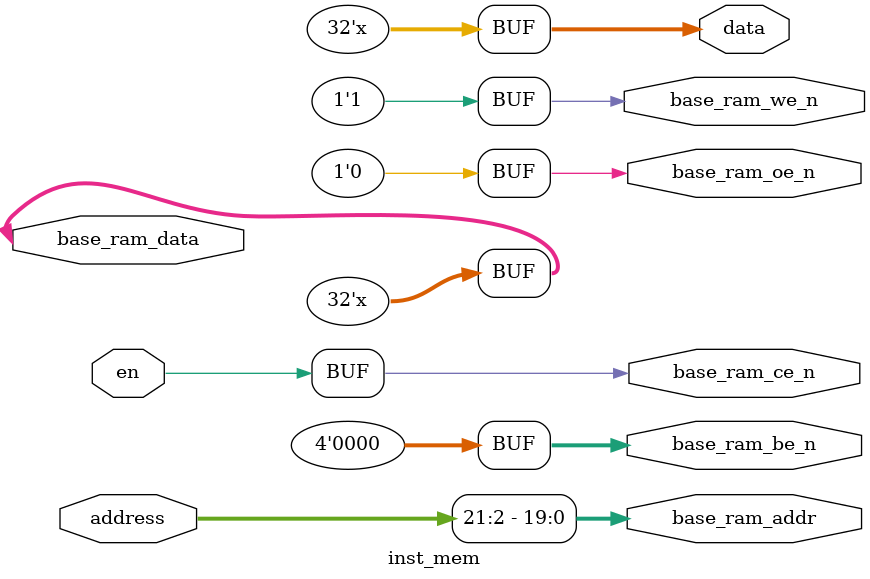
<source format=v>
`timescale 1ns / 1ps

module inst_mem(
    input wire en,
    input wire[31:0] address,
    output wire[31:0] data,

    inout wire[31:0] base_ram_data,  
    output wire[19:0] base_ram_addr, 
    output wire[3:0] base_ram_be_n,  
    output wire base_ram_ce_n,       
    output wire base_ram_oe_n,       
    output wire base_ram_we_n      
);

assign base_ram_ce_n = en;
assign base_ram_oe_n = 1'b0;
assign base_ram_we_n = 1'b1;
assign base_ram_be_n = 4'h0;
assign base_ram_data = 32'bz;
assign base_ram_addr = address[21:2];
assign data = base_ram_data;

endmodule
</source>
